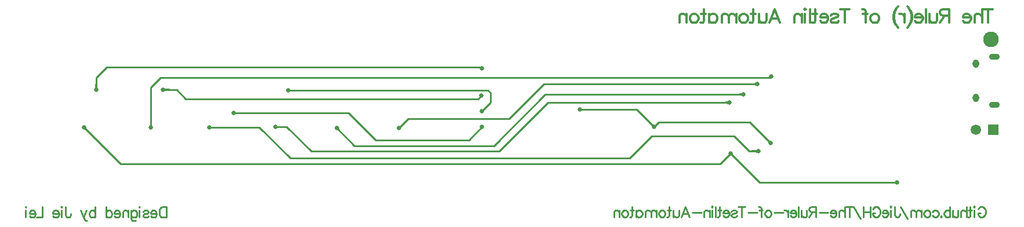
<source format=gbl>
%FSTAX23Y23*%
%MOIN*%
%SFA1B1*%

%IPPOS*%
%ADD10C,0.010000*%
%ADD52O,0.061020X0.035430*%
%ADD53O,0.037400X0.049210*%
%ADD54R,0.059060X0.059060*%
%ADD55C,0.059060*%
%ADD56C,0.025000*%
%ADD57C,0.090000*%
%ADD58C,0.013000*%
%LNpcb3-g-1*%
%LPD*%
G36*
X01846Y0342D02*
X01846Y03415D01*
X01847Y03397*
X01847Y03395*
X01848Y03393*
X01848Y03392*
X01849Y03391*
X01832*
X01833Y03392*
X01833Y03393*
X01834Y03395*
X01834Y03397*
X01835Y034*
X01835Y03407*
X01836Y0342*
X01846*
G37*
G36*
X02262Y03376D02*
X02257Y03375D01*
X02239Y03374*
X02237Y03374*
X02235Y03373*
X02234Y03373*
X02233Y03372*
Y03389*
X02234Y03388*
X02235Y03388*
X02237Y03387*
X02239Y03387*
X02242Y03386*
X02249Y03386*
X02262Y03386*
Y03376*
G37*
G36*
X05441Y03312D02*
X05446Y03312D01*
X05464Y03313*
X05466Y03313*
X05468Y03314*
X05469Y03314*
X0547Y03315*
Y03298*
X05469Y03299*
X05468Y03299*
X05466Y033*
X05464Y033*
X05461Y03301*
X05454Y03301*
X05441Y03302*
Y03312*
G37*
G36*
X05607Y03033D02*
X05612Y03033D01*
X0563Y03034*
X05632Y03034*
X05634Y03035*
X05635Y03035*
X05636Y03036*
Y03019*
X05635Y0302*
X05634Y0302*
X05632Y03021*
X0563Y03021*
X05627Y03022*
X0562Y03022*
X05607Y03023*
Y03033*
G37*
G36*
X05521Y03359D02*
X05526Y03359D01*
X05544Y0336*
X05546Y0336*
X05548Y03361*
X05549Y03361*
X0555Y03362*
Y03345*
X05549Y03346*
X05548Y03346*
X05546Y03347*
X05544Y03347*
X05541Y03348*
X05534Y03348*
X05521Y03349*
Y03359*
G37*
G36*
X05601Y03418D02*
X05606Y03418D01*
X05624Y03419*
X05626Y03419*
X05628Y0342*
X05629Y0342*
X0563Y03421*
Y03404*
X05629Y03405*
X05628Y03405*
X05626Y03406*
X05624Y03406*
X05621Y03407*
X05614Y03407*
X05601Y03408*
Y03418*
G37*
G54D10*
X04092Y03377D02*
X04107Y03362D01*
X02945Y03377D02*
X04092D01*
X02631Y03248D02*
X03289D01*
X02354Y03329D02*
X04037D01*
X03289Y03248D02*
X03446Y03091D01*
X02302Y03381D02*
X02354Y03329D01*
X04037D02*
X04054Y03346D01*
X02224Y03381D02*
X02302D01*
X03446Y03091D02*
X03983D01*
X02153Y03163D02*
Y03395D01*
X0221Y03452*
X0198Y02953D02*
X05426D01*
X0177Y03163D02*
X0198Y02953D01*
X03324Y03059D02*
X04126D01*
X03223Y0316D02*
X03324Y03059D01*
X0287Y03167D02*
X02935D01*
X03076Y03026*
X02956Y02987D02*
X04906D01*
X02778Y03165D02*
X02956Y02987D01*
X02489Y03165D02*
X02778D01*
X04214Y03215D02*
X04412Y03413D01*
X03635Y03215D02*
X04214D01*
X0358Y0316D02*
X03635Y03215D01*
X05426Y02953D02*
X05487Y03014D01*
X05715Y03452D02*
X05721Y03458D01*
X0221Y03452D02*
X05715D01*
X04049Y03511D02*
X04057Y03503D01*
X019Y03511D02*
X04049D01*
X01841Y03451D02*
X019Y03511D01*
X04126Y03059D02*
X04421Y03354D01*
X03983Y03091D02*
X04058Y03166D01*
X04107Y03309D02*
Y03362D01*
X04056Y03259D02*
X04107Y03309D01*
X04947Y03267D02*
X05047Y03167D01*
X04621Y03267D02*
X04947D01*
X05487Y03014D02*
X05652Y02849D01*
X06445*
X05507Y03114D02*
X05593Y03028D01*
X05033Y03114D02*
X05507D01*
X04906Y02987D02*
X05033Y03114D01*
X05597Y03193D02*
X05717Y03073D01*
X05073Y03193D02*
X05597D01*
X05047Y03167D02*
X05073Y03193D01*
X04157Y03026D02*
X04438Y03307D01*
X03076Y03026D02*
X04157D01*
X05593Y03028D02*
X05646D01*
X04438Y03307D02*
X0548D01*
X01841Y03382D02*
Y03451D01*
X04421Y03354D02*
X0556D01*
X04412Y03413D02*
X0564D01*
X02242Y02706D02*
Y02647D01*
Y02706D02*
X02222D01*
X02213Y02704*
X02207Y02698*
X02204Y02692*
X02202Y02684*
Y02669*
X02204Y02661*
X02207Y02655*
X02213Y02649*
X02222Y02647*
X02242*
X02188Y02669D02*
X02154D01*
Y02675*
X02157Y02681*
X0216Y02684*
X02165Y02686*
X02174*
X0218Y02684*
X02185Y02678*
X02188Y02669*
Y02664*
X02185Y02655*
X0218Y02649*
X02174Y02647*
X02165*
X0216Y02649*
X02154Y02655*
X0211Y02678D02*
X02112Y02684D01*
X02121Y02686*
X0213*
X02138Y02684*
X02141Y02678*
X02138Y02672*
X02132Y02669*
X02118Y02667*
X02112Y02664*
X0211Y02658*
Y02655*
X02112Y02649*
X02121Y02647*
X0213*
X02138Y02649*
X02141Y02655*
X02091Y02706D02*
X02088Y02704D01*
X02086Y02706*
X02088Y02709*
X02091Y02706*
X02088Y02686D02*
Y02647D01*
X02041Y02686D02*
Y02641D01*
X02044Y02632*
X02046Y02629*
X02052Y02627*
X02061*
X02066Y02629*
X02041Y02678D02*
X02046Y02684D01*
X02052Y02686*
X02061*
X02066Y02684*
X02072Y02678*
X02075Y02669*
Y02664*
X02072Y02655*
X02066Y02649*
X02061Y02647*
X02052*
X02046Y02649*
X02041Y02655*
X02025Y02686D02*
Y02647D01*
Y02675D02*
X02016Y02684D01*
X0201Y02686*
X02002*
X01996Y02684*
X01993Y02675*
Y02647*
X01978Y02669D02*
X01943D01*
Y02675*
X01946Y02681*
X01949Y02684*
X01955Y02686*
X01963*
X01969Y02684*
X01975Y02678*
X01978Y02669*
Y02664*
X01975Y02655*
X01969Y02649*
X01963Y02647*
X01955*
X01949Y02649*
X01943Y02655*
X01896Y02706D02*
Y02647D01*
Y02678D02*
X01902Y02684D01*
X01908Y02686*
X01916*
X01922Y02684*
X01928Y02678*
X0193Y02669*
Y02664*
X01928Y02655*
X01922Y02649*
X01916Y02647*
X01908*
X01902Y02649*
X01896Y02655*
X01833Y02706D02*
Y02647D01*
Y02678D02*
X01827Y02684D01*
X01822Y02686*
X01813*
X01807Y02684*
X01802Y02678*
X01799Y02669*
Y02664*
X01802Y02655*
X01807Y02649*
X01813Y02647*
X01822*
X01827Y02649*
X01833Y02655*
X01783Y02686D02*
X01766Y02647D01*
X01749Y02686D02*
X01766Y02647D01*
X01772Y02635*
X01777Y02629*
X01783Y02627*
X01786*
X01663Y02706D02*
Y02661D01*
X01666Y02652*
X01669Y02649*
X01674Y02647*
X0168*
X01686Y02649*
X01689Y02652*
X01692Y02661*
Y02667*
X01642Y02706D02*
X01639Y02704D01*
X01636Y02706*
X01639Y02709*
X01642Y02706*
X01639Y02686D02*
Y02647D01*
X01626Y02669D02*
X01591D01*
Y02675*
X01594Y02681*
X01597Y02684*
X01603Y02686*
X01611*
X01617Y02684*
X01623Y02678*
X01626Y02669*
Y02664*
X01623Y02655*
X01617Y02649*
X01611Y02647*
X01603*
X01597Y02649*
X01591Y02655*
X01531Y02706D02*
Y02647D01*
X01497*
X01491Y02669D02*
X01456D01*
Y02675*
X01459Y02681*
X01462Y02684*
X01468Y02686*
X01476*
X01482Y02684*
X01488Y02678*
X01491Y02669*
Y02664*
X01488Y02655*
X01482Y02649*
X01476Y02647*
X01468*
X01462Y02649*
X01456Y02655*
X01438Y02706D02*
X01435Y02704D01*
X01432Y02706*
X01435Y02709*
X01438Y02706*
X01435Y02686D02*
Y02647D01*
X0691Y02693D02*
X06913Y02698D01*
X06918Y02704*
X06924Y02707*
X06935*
X06941Y02704*
X06947Y02698*
X0695Y02693*
X06953Y02684*
Y0267*
X0695Y02661*
X06947Y02656*
X06941Y0265*
X06935Y02647*
X06924*
X06918Y0265*
X06913Y02656*
X0691Y02661*
Y0267*
X06924D02*
X0691D01*
X0689Y02707D02*
X06887Y02704D01*
X06885Y02707*
X06887Y0271*
X0689Y02707*
X06887Y02687D02*
Y02647D01*
X06865Y02707D02*
Y02658D01*
X06863Y0265*
X06857Y02647*
X06851*
X06874Y02687D02*
X06854D01*
X06843Y02707D02*
Y02647D01*
Y02676D02*
X06834Y02684D01*
X06828Y02687*
X0682*
X06814Y02684*
X06811Y02676*
Y02647*
X06795Y02687D02*
Y02658D01*
X06793Y0265*
X06787Y02647*
X06778*
X06773Y0265*
X06764Y02658*
Y02687D02*
Y02647D01*
X06748Y02707D02*
Y02647D01*
Y02678D02*
X06743Y02684D01*
X06737Y02687*
X06728*
X06723Y02684*
X06717Y02678*
X06714Y0267*
Y02664*
X06717Y02656*
X06723Y0265*
X06728Y02647*
X06737*
X06743Y0265*
X06748Y02656*
X06698Y02653D02*
X06701Y0265D01*
X06698Y02647*
X06695Y0265*
X06698Y02653*
X06648Y02678D02*
X06654Y02684D01*
X06659Y02687*
X06668*
X06674Y02684*
X06679Y02678*
X06682Y0267*
Y02664*
X06679Y02656*
X06674Y0265*
X06668Y02647*
X06659*
X06654Y0265*
X06648Y02656*
X06621Y02687D02*
X06627Y02684D01*
X06632Y02678*
X06635Y0267*
Y02664*
X06632Y02656*
X06627Y0265*
X06621Y02647*
X06612*
X06607Y0265*
X06601Y02656*
X06598Y02664*
Y0267*
X06601Y02678*
X06607Y02684*
X06612Y02687*
X06621*
X06585D02*
Y02647D01*
Y02676D02*
X06576Y02684D01*
X06571Y02687*
X06562*
X06556Y02684*
X06553Y02676*
Y02647*
Y02676D02*
X06545Y02684D01*
X06539Y02687*
X06531*
X06525Y02684*
X06522Y02676*
Y02647*
X06503Y02638D02*
X06463Y02707D01*
X06431D02*
Y02661D01*
X06433Y02653*
X06436Y0265*
X06442Y02647*
X06448*
X06453Y0265*
X06456Y02653*
X06459Y02661*
Y02667*
X06409Y02707D02*
X06407Y02704D01*
X06404Y02707*
X06407Y0271*
X06409Y02707*
X06407Y02687D02*
Y02647D01*
X06393Y0267D02*
X06359D01*
Y02676*
X06362Y02681*
X06365Y02684*
X0637Y02687*
X06379*
X06385Y02684*
X0639Y02678*
X06393Y0267*
Y02664*
X0639Y02656*
X06385Y0265*
X06379Y02647*
X0637*
X06365Y0265*
X06359Y02656*
X06303Y02693D02*
X06306Y02698D01*
X06312Y02704*
X06317Y02707*
X06329*
X06335Y02704*
X0634Y02698*
X06343Y02693*
X06346Y02684*
Y0267*
X06343Y02661*
X0634Y02656*
X06335Y0265*
X06329Y02647*
X06317*
X06312Y0265*
X06306Y02656*
X06303Y02661*
Y0267*
X06317D02*
X06303D01*
X0629Y02707D02*
Y02647D01*
X0625Y02707D02*
Y02647D01*
X0629Y02678D02*
X0625D01*
X06233Y02638D02*
X06193Y02707D01*
X06169D02*
Y02647D01*
X06189Y02707D02*
X06149D01*
X06142D02*
Y02647D01*
Y02676D02*
X06133Y02684D01*
X06128Y02687*
X06119*
X06113Y02684*
X0611Y02676*
Y02647*
X06095Y0267D02*
X0606D01*
Y02676*
X06063Y02681*
X06066Y02684*
X06072Y02687*
X0608*
X06086Y02684*
X06092Y02678*
X06095Y0267*
Y02664*
X06092Y02656*
X06086Y0265*
X0608Y02647*
X06072*
X06066Y0265*
X0606Y02656*
X06048Y02673D02*
X05996D01*
X05978Y02707D02*
Y02647D01*
Y02707D02*
X05953D01*
X05944Y02704*
X05941Y02701*
X05938Y02696*
Y0269*
X05941Y02684*
X05944Y02681*
X05953Y02678*
X05978*
X05958D02*
X05938Y02647D01*
X05925Y02687D02*
Y02658D01*
X05922Y0265*
X05916Y02647*
X05908*
X05902Y0265*
X05894Y02658*
Y02687D02*
Y02647D01*
X05878Y02707D02*
Y02647D01*
X05865Y0267D02*
X05831D01*
Y02676*
X05834Y02681*
X05837Y02684*
X05842Y02687*
X05851*
X05857Y02684*
X05862Y02678*
X05865Y0267*
Y02664*
X05862Y02656*
X05857Y0265*
X05851Y02647*
X05842*
X05837Y0265*
X05831Y02656*
X05818Y02687D02*
Y02647D01*
Y0267D02*
X05815Y02678D01*
X0581Y02684*
X05804Y02687*
X05795*
X0579Y02673D02*
X05738D01*
X05706Y02687D02*
X05712Y02684D01*
X05718Y02678*
X05721Y0267*
Y02664*
X05718Y02656*
X05712Y0265*
X05706Y02647*
X05698*
X05692Y0265*
X05686Y02656*
X05684Y02664*
Y0267*
X05686Y02678*
X05692Y02684*
X05698Y02687*
X05706*
X05648Y02707D02*
X05653D01*
X05659Y02704*
X05662Y02696*
Y02647*
X0567Y02687D02*
X0565D01*
X05639Y02673D02*
X05588D01*
X0555Y02707D02*
Y02647D01*
X0557Y02707D02*
X0553D01*
X05491Y02678D02*
X05494Y02684D01*
X05503Y02687*
X05511*
X0552Y02684*
X05523Y02678*
X0552Y02673*
X05514Y0267*
X055Y02667*
X05494Y02664*
X05491Y02658*
Y02656*
X05494Y0265*
X05503Y02647*
X05511*
X0552Y0265*
X05523Y02656*
X05479Y0267D02*
X05445D01*
Y02676*
X05447Y02681*
X0545Y02684*
X05456Y02687*
X05465*
X0547Y02684*
X05476Y02678*
X05479Y0267*
Y02664*
X05476Y02656*
X0547Y0265*
X05465Y02647*
X05456*
X0545Y0265*
X05445Y02656*
X05423Y02707D02*
Y02658D01*
X0542Y0265*
X05415Y02647*
X05409*
X05432Y02687D02*
X05412D01*
X054Y02707D02*
Y02647D01*
X05382Y02707D02*
X05379Y02704D01*
X05376Y02707*
X05379Y0271*
X05382Y02707*
X05379Y02687D02*
Y02647D01*
X05366Y02687D02*
Y02647D01*
Y02676D02*
X05357Y02684D01*
X05351Y02687*
X05343*
X05337Y02684*
X05334Y02676*
Y02647*
X05319Y02673D02*
X05267D01*
X05204Y02647D02*
X05227Y02707D01*
X05249Y02647*
X05241Y02667D02*
X05212D01*
X0519Y02687D02*
Y02658D01*
X05187Y0265*
X05181Y02647*
X05173*
X05167Y0265*
X05158Y02658*
Y02687D02*
Y02647D01*
X05134Y02707D02*
Y02658D01*
X05131Y0265*
X05125Y02647*
X0512*
X05143Y02687D02*
X05123D01*
X05097D02*
X05103Y02684D01*
X05108Y02678*
X05111Y0267*
Y02664*
X05108Y02656*
X05103Y0265*
X05097Y02647*
X05088*
X05083Y0265*
X05077Y02656*
X05074Y02664*
Y0267*
X05077Y02678*
X05083Y02684*
X05088Y02687*
X05097*
X05061D02*
Y02647D01*
Y02676D02*
X05052Y02684D01*
X05047Y02687*
X05038*
X05032Y02684*
X05029Y02676*
Y02647*
Y02676D02*
X05021Y02684D01*
X05015Y02687*
X05007*
X05001Y02684*
X04998Y02676*
Y02647*
X04945Y02687D02*
Y02647D01*
Y02678D02*
X04951Y02684D01*
X04956Y02687*
X04965*
X04971Y02684*
X04976Y02678*
X04979Y0267*
Y02664*
X04976Y02656*
X04971Y0265*
X04965Y02647*
X04956*
X04951Y0265*
X04945Y02656*
X0492Y02707D02*
Y02658D01*
X04918Y0265*
X04912Y02647*
X04906*
X04929Y02687D02*
X04909D01*
X04883D02*
X04889Y02684D01*
X04895Y02678*
X04898Y0267*
Y02664*
X04895Y02656*
X04889Y0265*
X04883Y02647*
X04875*
X04869Y0265*
X04863Y02656*
X0486Y02664*
Y0267*
X04863Y02678*
X04869Y02684*
X04875Y02687*
X04883*
X04847D02*
Y02647D01*
Y02676D02*
X04839Y02684D01*
X04833Y02687*
X04824*
X04819Y02684*
X04816Y02676*
Y02647*
G54D52*
X07003Y03295D03*
Y03571D03*
G54D53*
X06896Y03335D03*
Y03532D03*
G54D54*
X06998Y03152D03*
G54D55*
X06898Y03152D03*
G54D56*
X02631Y03248D03*
X02153Y03163D03*
X0177D03*
X03223Y0316D03*
X0287Y03167D03*
X02489Y03165D03*
X0358Y0316D03*
X04057Y03503D03*
X04054Y03346D03*
X04058Y03166D03*
X04056Y03259D03*
X04621Y03267D03*
X06445Y02849D03*
X05047Y03167D03*
X05487Y03014D03*
X05646Y03028D03*
X05717Y03073D03*
X01841Y03382D03*
X02224Y03381D03*
X02945Y03377D03*
X0556Y03354D03*
X05721Y03458D03*
X0564Y03413D03*
X0548Y03307D03*
G54D57*
X06985Y0367D03*
G54D58*
X06968Y03845D02*
Y03766D01*
X06995Y03845D02*
X06941D01*
X06932D02*
Y03766D01*
Y03804D02*
X0692Y03815D01*
X06913Y03819*
X06901*
X06894Y03815*
X0689Y03804*
Y03766*
X06869Y03796D02*
X06823D01*
Y03804*
X06827Y03811*
X06831Y03815*
X06838Y03819*
X0685*
X06857Y03815*
X06865Y03807*
X06869Y03796*
Y03788*
X06865Y03777*
X06857Y03769*
X0685Y03766*
X06838*
X06831Y03769*
X06823Y03777*
X06743Y03845D02*
Y03766D01*
Y03845D02*
X06709D01*
X06697Y03842*
X06694Y03838*
X0669Y0383*
Y03823*
X06694Y03815*
X06697Y03811*
X06709Y03807*
X06743*
X06716D02*
X0669Y03766D01*
X06672Y03819D02*
Y03781D01*
X06668Y03769*
X0666Y03766*
X06649*
X06641Y03769*
X0663Y03781*
Y03819D02*
Y03766D01*
X06609Y03845D02*
Y03766D01*
X06592Y03796D02*
X06547D01*
Y03804*
X0655Y03811*
X06554Y03815*
X06562Y03819*
X06573*
X06581Y03815*
X06588Y03807*
X06592Y03796*
Y03788*
X06588Y03777*
X06581Y03769*
X06573Y03766*
X06562*
X06554Y03769*
X06547Y03777*
X06503Y03861D02*
X0651Y03853D01*
X06518Y03842*
X06526Y03826*
X06529Y03807*
Y03792*
X06526Y03773*
X06518Y03758*
X0651Y03746*
X06503Y03739*
X0651Y03853D02*
X06518Y03838D01*
X06522Y03826*
X06526Y03807*
Y03792*
X06522Y03773*
X06518Y03762*
X0651Y03746*
X06488Y03819D02*
Y03766D01*
Y03796D02*
X06484Y03807D01*
X06476Y03815*
X06469Y03819*
X06457*
X0645Y03861D02*
X06442Y03853D01*
X06435Y03842*
X06427Y03826*
X06423Y03807*
Y03792*
X06427Y03773*
X06435Y03758*
X06442Y03746*
X0645Y03739*
X06442Y03853D02*
X06435Y03838D01*
X06431Y03826*
X06427Y03807*
Y03792*
X06431Y03773*
X06435Y03762*
X06442Y03746*
X06322Y03819D02*
X0633Y03815D01*
X06337Y03807*
X06341Y03796*
Y03788*
X06337Y03777*
X0633Y03769*
X06322Y03766*
X0631*
X06303Y03769*
X06295Y03777*
X06291Y03788*
Y03796*
X06295Y03807*
X06303Y03815*
X0631Y03819*
X06322*
X06243Y03845D02*
X06251D01*
X06259Y03842*
X06262Y0383*
Y03766*
X06274Y03819D02*
X06247D01*
X06142Y03845D02*
Y03766D01*
X06169Y03845D02*
X06116D01*
X06064Y03807D02*
X06068Y03815D01*
X0608Y03819*
X06091*
X06103Y03815*
X06106Y03807*
X06103Y038*
X06095Y03796*
X06076Y03792*
X06068Y03788*
X06064Y03781*
Y03777*
X06068Y03769*
X0608Y03766*
X06091*
X06103Y03769*
X06106Y03777*
X06048Y03796D02*
X06002D01*
Y03804*
X06006Y03811*
X0601Y03815*
X06017Y03819*
X06029*
X06036Y03815*
X06044Y03807*
X06048Y03796*
Y03788*
X06044Y03777*
X06036Y03769*
X06029Y03766*
X06017*
X0601Y03769*
X06002Y03777*
X05973Y03845D02*
Y03781D01*
X0597Y03769*
X05962Y03766*
X05954*
X05985Y03819D02*
X05958D01*
X05943Y03845D02*
Y03766D01*
X05919Y03845D02*
X05915Y03842D01*
X05911Y03845*
X05915Y03849*
X05919Y03845*
X05915Y03819D02*
Y03766D01*
X05897Y03819D02*
Y03766D01*
Y03804D02*
X05885Y03815D01*
X05878Y03819*
X05866*
X05859Y03815*
X05855Y03804*
Y03766*
X0571D02*
X05741Y03845D01*
X05771Y03766*
X0576Y03792D02*
X05722D01*
X05692Y03819D02*
Y03781D01*
X05688Y03769*
X0568Y03766*
X05669*
X05661Y03769*
X0565Y03781*
Y03819D02*
Y03766D01*
X05617Y03845D02*
Y03781D01*
X05613Y03769*
X05606Y03766*
X05598*
X05629Y03819D02*
X05602D01*
X05568D02*
X05575Y03815D01*
X05583Y03807*
X05587Y03796*
Y03788*
X05583Y03777*
X05575Y03769*
X05568Y03766*
X05556*
X05549Y03769*
X05541Y03777*
X05537Y03788*
Y03796*
X05541Y03807*
X05549Y03815*
X05556Y03819*
X05568*
X0552D02*
Y03766D01*
Y03804D02*
X05508Y03815D01*
X05501Y03819*
X05489*
X05482Y03815*
X05478Y03804*
Y03766*
Y03804D02*
X05466Y03815D01*
X05459Y03819*
X05447*
X0544Y03815*
X05436Y03804*
Y03766*
X05365Y03819D02*
Y03766D01*
Y03807D02*
X05373Y03815D01*
X0538Y03819*
X05392*
X05399Y03815*
X05407Y03807*
X05411Y03796*
Y03788*
X05407Y03777*
X05399Y03769*
X05392Y03766*
X0538*
X05373Y03769*
X05365Y03777*
X05332Y03845D02*
Y03781D01*
X05329Y03769*
X05321Y03766*
X05313*
X05344Y03819D02*
X05317D01*
X05283D02*
X0529Y03815D01*
X05298Y03807*
X05302Y03796*
Y03788*
X05298Y03777*
X0529Y03769*
X05283Y03766*
X05271*
X05264Y03769*
X05256Y03777*
X05252Y03788*
Y03796*
X05256Y03807*
X05264Y03815*
X05271Y03819*
X05283*
X05235D02*
Y03766D01*
Y03804D02*
X05223Y03815D01*
X05216Y03819*
X05204*
X05197Y03815*
X05193Y03804*
Y03766*
M02*
</source>
